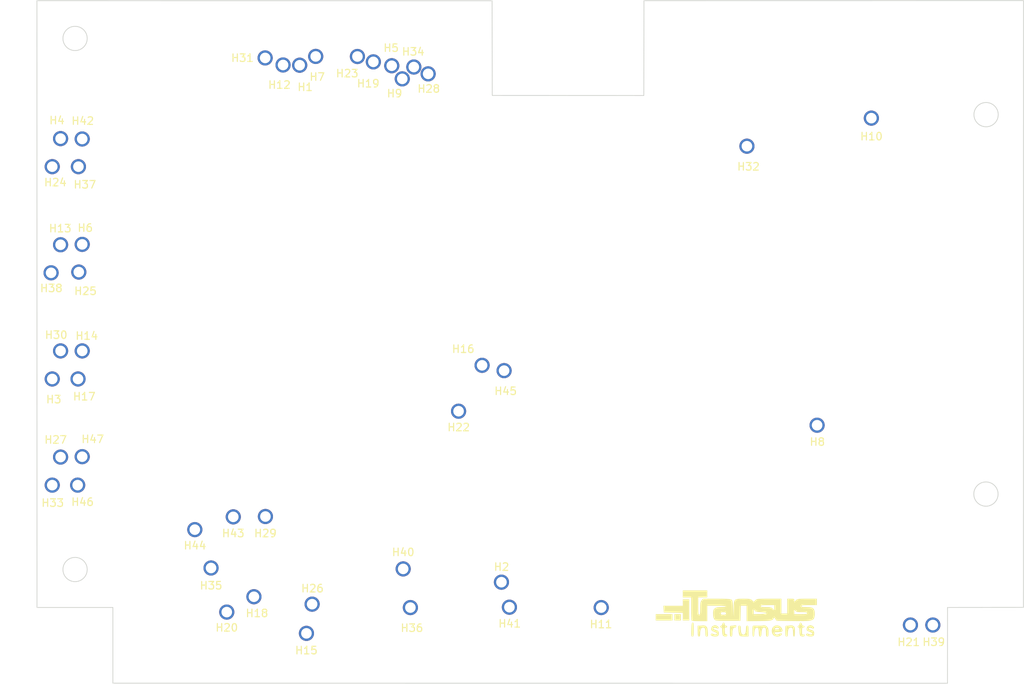
<source format=kicad_pcb>
(kicad_pcb (version 20211014) (generator pcbnew)
  (layers (0 "F.Cu" signal) (31 "B.Cu" signal) (34 "B.Paste" user) (35 "F.Paste" user) (36 "B.SilkS" user "B.Silkscreen") (37 "F.SilkS" user "F.Silkscreen") (38 "B.Mask" user) (39 "F.Mask" user) (44 "Edge.Cuts" user))
  (net 0 "")
  (footprint "MyFootprints:KS-075-47-G-10_KS-07547G10_MOUNT" (layer "F.Cu") (at 110.689975 132.309975)
    (fp_text reference "H18" (at 0.400025 2.280025 unlocked) (layer "F.SilkS"))
    (fp_text value "MountingHole_Pad")
    (pad "1" thru_hole circle (at 0 0.1) (size 2 2) (drill 1.4) (layers *.Cu *.Mask))
  )
  (footprint "MyFootprints:KS-075-47-G-10_KS-07547G10_MOUNT" (layer "F.Cu") (at 128.854323 62.28)
    (fp_text reference "H5" (at -0.084323 -2.24 unlocked) (layer "F.SilkS"))
    (fp_text value "MountingHole_Pad")
    (pad "1" thru_hole circle (at 0 0.1) (size 2 2) (drill 1.4) (layers *.Cu *.Mask))
  )
  (footprint "MyFootprints:KS-075-47-G-10_KS-07547G10_MOUNT" (layer "F.Cu") (at 143.66 102.49)
    (fp_text reference "H45" (at 0.2 2.8 unlocked) (layer "F.SilkS"))
    (fp_text value "MountingHole_Pad")
    (pad "1" thru_hole circle (at 0 0.1) (size 2 2) (drill 1.4) (layers *.Cu *.Mask))
  )
  (footprint "MyFootprints:KS-075-47-G-10_KS-07547G10_MOUNT" (layer "F.Cu") (at 84.11 103.59)
    (fp_text reference "H3" (at 0.2 2.8 unlocked) (layer "F.SilkS"))
    (fp_text value "MountingHole_Pad")
    (pad "1" thru_hole circle (at 0 0.1) (size 2 2) (drill 1.4) (layers *.Cu *.Mask))
  )
  (footprint "MyFootprints:KS-075-47-G-10_KS-07547G10_MOUNT" (layer "F.Cu") (at 85.21 113.89)
    (fp_text reference "H27" (at -0.65 -2.18 unlocked) (layer "F.SilkS"))
    (fp_text value "MountingHole_Pad")
    (pad "1" thru_hole circle (at 0 0.1) (size 2 2) (drill 1.4) (layers *.Cu *.Mask))
  )
  (footprint "MyFootprints:KS-075-47-G-10_KS-07547G10_MOUNT" (layer "F.Cu") (at 130.240014 64.010001)
    (fp_text reference "H9" (at -1.020014 2.029999 unlocked) (layer "F.SilkS"))
    (fp_text value "MountingHole_Pad")
    (pad "1" thru_hole circle (at 0 0.1) (size 2 2) (drill 1.4) (layers *.Cu *.Mask))
  )
  (footprint "MyFootprints:KS-075-47-G-10_KS-07547G10_MOUNT" (layer "F.Cu") (at 88.06 113.84)
    (fp_text reference "H47" (at 1.38 -2.21 unlocked) (layer "F.SilkS"))
    (fp_text value "MountingHole_Pad")
    (pad "1" thru_hole circle (at 0 0.1) (size 2 2) (drill 1.4) (layers *.Cu *.Mask))
  )
  (footprint "MyFootprints:KS-075-47-G-10_KS-07547G10_MOUNT" (layer "F.Cu") (at 192.06 69.19)
    (fp_text reference "H10" (at 0.01 2.52 unlocked) (layer "F.SilkS"))
    (fp_text value "MountingHole_Pad")
    (pad "1" thru_hole circle (at 0 0.1) (size 2 2) (drill 1.4) (layers *.Cu *.Mask))
  )
  (footprint "MyFootprints:KS-075-47-G-10_KS-07547G10_MOUNT" (layer "F.Cu") (at 87.46 117.59)
    (fp_text reference "H46" (at 0.64 2.33 unlocked) (layer "F.SilkS"))
    (fp_text value "MountingHole_Pad")
    (pad "1" thru_hole circle (at 0 0.1) (size 2 2) (drill 1.4) (layers *.Cu *.Mask))
  )
  (footprint "MyFootprints:KS-075-47-G-10_KS-07547G10_MOUNT" (layer "F.Cu") (at 130.36 128.64)
    (fp_text reference "H40" (at 0 -2.1 unlocked) (layer "F.SilkS"))
    (fp_text value "MountingHole_Pad")
    (pad "1" thru_hole circle (at 0 0.1) (size 2 2) (drill 1.4) (layers *.Cu *.Mask))
  )
  (footprint "MyFootprints:KS-075-47-G-10_KS-07547G10_MOUNT" (layer "F.Cu") (at 102.899987 123.459999)
    (fp_text reference "H44" (at 0.020013 2.200001 unlocked) (layer "F.SilkS"))
    (fp_text value "MountingHole_Pad")
    (pad "1" thru_hole circle (at 0 0.1) (size 2 2) (drill 1.4) (layers *.Cu *.Mask))
  )
  (footprint "MyFootprints:KS-075-47-G-10_KS-07547G10_MOUNT" (layer "F.Cu") (at 200.16 136.04)
    (fp_text reference "H39" (at 0.12 2.35 unlocked) (layer "F.SilkS"))
    (fp_text value "MountingHole_Pad")
    (pad "1" thru_hole circle (at 0 0.1) (size 2 2) (drill 1.4) (layers *.Cu *.Mask))
  )
  (footprint "MyFootprints:KS-075-47-G-10_KS-07547G10_MOUNT" (layer "F.Cu") (at 114.529982 62.180031)
    (fp_text reference "H12" (at -0.479982 2.729969 unlocked) (layer "F.SilkS"))
    (fp_text value "MountingHole_Pad")
    (pad "1" thru_hole circle (at 0 0.1) (size 2 2) (drill 1.4) (layers *.Cu *.Mask))
  )
  (footprint "MyFootprints:KS-075-47-G-10_KS-07547G10_MOUNT" (layer "F.Cu") (at 143.31 130.39)
    (fp_text reference "H2" (at 0.01 -1.91 unlocked) (layer "F.SilkS"))
    (fp_text value "MountingHole_Pad")
    (pad "1" thru_hole circle (at 0 0.1) (size 2 2) (drill 1.4) (layers *.Cu *.Mask))
  )
  (footprint "MyFootprints:KS-075-47-G-10_KS-07547G10_MOUNT" (layer "F.Cu") (at 118.36 133.29)
    (fp_text reference "H26" (at 0.04 -1.97 unlocked) (layer "F.SilkS"))
    (fp_text value "MountingHole_Pad")
    (pad "1" thru_hole circle (at 0 0.1) (size 2 2) (drill 1.4) (layers *.Cu *.Mask))
  )
  (footprint "MyFootprints:KS-075-47-G-10_KS-07547G10_MOUNT" (layer "F.Cu") (at 87.51 103.59)
    (fp_text reference "H17" (at 0.82 2.42 unlocked) (layer "F.SilkS"))
    (fp_text value "MountingHole_Pad")
    (pad "1" thru_hole circle (at 0 0.1) (size 2 2) (drill 1.4) (layers *.Cu *.Mask))
  )
  (footprint "MyFootprints:KS-075-47-G-10_KS-07547G10_MOUNT" (layer "F.Cu") (at 107.968652 121.77432)
    (fp_text reference "H43" (at -0.008652 2.27568 unlocked) (layer "F.SilkS"))
    (fp_text value "MountingHole_Pad")
    (pad "1" thru_hole circle (at 0 0.1) (size 2 2) (drill 1.4) (layers *.Cu *.Mask))
  )
  (footprint "MyFootprints:KS-075-47-G-10_KS-07547G10_MOUNT" (layer "F.Cu") (at 88.06 85.84)
    (fp_text reference "H6" (at 0.4 -2.07 unlocked) (layer "F.SilkS"))
    (fp_text value "MountingHole_Pad")
    (pad "1" thru_hole circle (at 0 0.1) (size 2 2) (drill 1.4) (layers *.Cu *.Mask))
  )
  (footprint "MyFootprints:KS-075-47-G-10_KS-07547G10_MOUNT" (layer "F.Cu") (at 88.06 99.89)
    (fp_text reference "H14" (at 0.6 -1.88 unlocked) (layer "F.SilkS"))
    (fp_text value "MountingHole_Pad")
    (pad "1" thru_hole circle (at 0 0.1) (size 2 2) (drill 1.4) (layers *.Cu *.Mask))
  )
  (footprint "MyFootprints:KS-075-47-G-10_KS-07547G10_MOUNT" (layer "F.Cu") (at 105.038598 128.517851)
    (fp_text reference "H35" (at 0.001402 2.422149 unlocked) (layer "F.SilkS"))
    (fp_text value "MountingHole_Pad")
    (pad "1" thru_hole circle (at 0 0.1) (size 2 2) (drill 1.4) (layers *.Cu *.Mask))
  )
  (footprint "MyFootprints:KS-075-47-G-10_KS-07547G10_MOUNT" (layer "F.Cu") (at 184.91 109.69)
    (fp_text reference "H8" (at 0.03 2.3 unlocked) (layer "F.SilkS"))
    (fp_text value "MountingHole_Pad")
    (pad "1" thru_hole circle (at 0 0.1) (size 2 2) (drill 1.4) (layers *.Cu *.Mask))
  )
  (footprint "LOGO" (layer "F.Cu") (at 174.26 134.362332)
    (fp_text reference "" hide)
    (fp_text value "" hide)
    (fp_poly (pts (xy -3.822743 -1.862667) (xy -5.012041 -1.862667) (xy -5.012041 -0.719667) (xy -5.009352 -0.251351) (xy -4.999456 0.072335) (xy -4.979604 0.276037) (xy -4.94705 0.384401) (xy -4.899044 0.422072) (xy -4.884616 0.423333) (xy -4.824848 0.395146) (xy -4.786619 0.291921) (xy -4.76566 0.085664) (xy -4.757698 -0.251619) (xy -4.757191 -0.411915) (xy -4.752342 -0.813728) (xy -4.733303 -1.086858) (xy -4.69334 -1.271793) (xy -4.625716 -1.40902) (xy -4.581126 -1.470249) (xy -4.40506 -1.693333) (xy -2.601041 -1.693333) (xy -1.966601 -1.69098) (xy -1.481644 -1.683093) (xy -1.125808 -1.668433) (xy -0.878731 -1.645759) (xy -0.720051 -1.613832) (xy -0.632123 -1.573428) (xy -0.562277 -1.503671) (xy -0.512048 -1.392854) (xy -0.476171 -1.211078) (xy -0.449385 -0.92844) (xy -0.426424 -0.515039) (xy -0.419752 -0.366928) (xy -0.37228 0.719667) (xy -0.35604 -0.3175) (xy -0.344533 -0.827995) (xy -0.313315 -1.19343) (xy -0.239578 -1.438053) (xy -0.10051 -1.586108) (xy 0.126698 -1.661843) (xy 0.464857 -1.689502) (xy 0.936776 -1.693334) (xy 0.938309 -1.693334) (xy 1.353101 -1.69095) (xy 1.634663 -1.67937) (xy 1.819643 -1.651954) (xy 1.944691 -1.60206) (xy 2.046457 -1.523046) (xy 2.085132 -1.485515) (xy 2.293645 -1.277697) (xy 2.502158 -1.485515) (xy 2.578953 -1.557601) (xy 2.660672 -1.610732) (xy 2.772728 -1.647798) (xy 2.940532 -1.671692) (xy 3.189497 -1.685305) (xy 3.545036 -1.691528) (xy 4.03256 -1.693254) (xy 4.32858 -1.693333) (xy 5.946488 -1.693333) (xy 5.946488 0.254) (xy 6.711036 0.254) (xy 6.711036 -1.693333) (xy 7.17826 -1.693333) (xy 7.445951 -1.687705) (xy 7.585344 -1.658508) (xy 7.637962 -1.587271) (xy 7.645485 -1.485515) (xy 7.645485 -1.277697) (xy 7.853998 -1.485515) (xy 7.940792 -1.565377) (xy 8.034174 -1.621621) (xy 8.163731 -1.658383) (xy 8.359046 -1.679797) (xy 8.649703 -1.690001) (xy 9.065288 -1.69313) (xy 9.34062 -1.693333) (xy 10.618729 -1.693333) (xy 10.618729 -0.846667) (xy 9.599331 -0.846667) (xy 9.159825 -0.843483) (xy 8.864144 -0.831771) (xy 8.686297 -0.808295) (xy 8.600293 -0.769814) (xy 8.579933 -0.719667) (xy 8.612227 -0.654114) (xy 8.729306 -0.614957) (xy 8.961462 -0.596454) (xy 9.25012 -0.592667) (xy 9.691996 -0.573791) (xy 9.994826 -0.50539) (xy 10.18643 -0.3698) (xy 10.294628 -0.149359) (xy 10.339736 0.099134) (xy 10.34455 0.415801) (xy 10.3022 0.723378) (xy 10.282797 0.792652) (xy 10.224245 0.931511) (xy 10.138548 1.04158) (xy 10.007434 1.1258) (xy 9.812628 1.187115) (xy 9.535858 1.228466) (xy 9.158848 1.252794) (xy 8.663326 1.263042) (xy 8.031018 1.262152) (xy 7.40891 1.255324) (xy 5.327493 1.227667) (xy 4.982683 0.767095) (xy 4.888884 0.954611) (xy 4.824141 1.050317) (xy 4.723569 1.123243) (xy 4.565315 1.176621) (xy 4.327529 1.213684) (xy 3.988358 1.237663) (xy 3.525953 1.251792) (xy 2.918462 1.259302) (xy 2.824582 1.259983) (xy 1.359197 1.27) (xy 1.359197 0.34459) (xy 2.293645 0.34459) (xy 2.507395 0.338667) (xy 7.645485 0.338667) (xy 8.494983 0.338667) (xy 8.891122 0.33447) (xy 9.145451 0.319094) (xy 9.285916 0.288362) (xy 9.340461 0.238096) (xy 9.344481 0.211667) (xy 9.313527 0.147991) (xy 9.20089 0.109102) (xy 8.976906 0.089746) (xy 8.627225 0.084667) (xy 8.270144 0.08029) (xy 8.042398 0.061185) (xy 7.90352 0.018387) (xy 7.813041 -0.057067) (xy 7.777726 -0.103506) (xy 7.691302 -0.216591) (xy 7.654236 -0.206466) (xy 7.645637 -0.053068) (xy 7.645485 0.023494) (xy 7.645485 0.338667) (xy 2.507395 0.338667) (xy 3.164381 0.320462) (xy 3.563622 0.301558) (xy 3.849014 0.271617) (xy 3.998273 0.23349) (xy 4.014764 0.211667) (xy 3.926696 0.169271) (xy 3.708686 0.128101) (xy 3.400602 0.0948) (xy 3.252355 0.084667) (xy 2.891871 0.06045) (xy 2.662941 0.03026) (xy 2.527309 -0.017346) (xy 2.446717 -0.093812) (xy 2.403224 -0.169333) (xy 2.336792 -0.289271) (xy 2.305498 -0.286596) (xy 2.295826 -0.142456) (xy 2.294897 -0.018205) (xy 2.293645 0.34459) (xy 1.359197 0.34459) (xy 1.359197 -0.719667) (xy 3.228093 -0.719667) (xy 3.260013 -0.654628) (xy 3.375855 -0.615539) (xy 3.605748 -0.596793) (xy 3.910727 -0.592667) (xy 4.261118 -0.587434) (xy 4.487232 -0.564677) (xy 4.634547 -0.513806) (xy 4.748545 -0.424234) (xy 4.781463 -0.38994) (xy 4.91609 -0.248654) (xy 4.989079 -0.179247) (xy 4.990802 -0.178273) (xy 5.004077 -0.247488) (xy 5.011484 -0.43133) (xy 5.01204 -0.508) (xy 5.01204 -0.846667) (xy 4.120066 -0.846667) (xy 3.712743 -0.842773) (xy 3.447767 -0.828489) (xy 3.297713 -0.79991) (xy 3.235153 -0.75313) (xy 3.228093 -0.719667) (xy 1.359197 -0.719667) (xy 1.359197 -0.762) (xy 0.60004 -0.762) (xy 0.576107 0.232833) (xy 0.552174 1.227667) (xy -1.090746 1.227667) (xy -1.657373 1.227093) (xy -2.078645 1.223559) (xy -2.379109 1.214348) (xy -2.58331 1.196742) (xy -2.715794 1.168022) (xy -2.801106 1.125472) (xy -2.863793 1.066372) (xy -2.89593 1.027787) (xy -2.997362 0.844781) (xy -3.047541 0.584562) (xy -3.058194 0.293099) (xy -3.057173 0.254) (xy -2.038796 0.254) (xy -2.010301 0.364784) (xy -1.895128 0.413746) (xy -1.698997 0.423333) (xy -1.476688 0.409133) (xy -1.378436 0.351739) (xy -1.359198 0.254) (xy -1.387693 0.143216) (xy -1.502866 0.094254) (xy -1.698997 0.084667) (xy -1.921306 0.098867) (xy -2.019558 0.156261) (xy -2.038796 0.254) (xy -3.057173 0.254) (xy -3.050251 -0.011032) (xy -3.015123 -0.199916) (xy -2.935863 -0.327334) (xy -2.834364 -0.417188) (xy -2.673874 -0.514433) (xy -2.470256 -0.568728) (xy -2.172568 -0.590597) (xy -1.984865 -0.592667) (xy -1.6681 -0.603348) (xy -1.447818 -0.632188) (xy -1.359523 -0.674383) (xy -1.359198 -0.677333) (xy -1.441535 -0.712241) (xy -1.67842 -0.738679) (xy -2.054666 -0.755606) (xy -2.555086 -0.761976) (xy -2.59097 -0.762) (xy -3.822743 -0.762) (xy -3.822743 1.27) (xy -4.827983 1.27) (xy -5.225373 1.265485) (xy -5.558639 1.253202) (xy -5.792193 1.235042) (xy -5.889855 1.213555) (xy -5.908098 1.114531) (xy -5.923898 0.874373) (xy -5.936235 0.521277) (xy -5.944092 0.083438) (xy -5.946489 -0.352778) (xy -5.946489 -1.862667) (xy -7.050837 -1.862667) (xy -7.050837 -2.794) (xy -3.822743 -2.794)) (layer "F.SilkS") (width 0) (fill solid))
    (fp_poly (pts (xy 9.94991 1.829074) (xy 10.120856 1.941323) (xy 10.251338 2.079428) (xy 10.241724 2.183379) (xy 10.225232 2.202275) (xy 10.105075 2.255476) (xy 9.960398 2.194922) (xy 9.799675 2.141298) (xy 9.641386 2.149251) (xy 9.545446 2.206921) (xy 9.550669 2.276023) (xy 9.660698 2.350609) (xy 9.831665 2.410427) (xy 10.043751 2.484492) (xy 10.172267 2.557174) (xy 10.258207 2.719917) (xy 10.272201 2.947742) (xy 10.213597 3.152024) (xy 10.17699 3.2004) (xy 10.001855 3.27848) (xy 9.74358 3.297824) (xy 9.47774 3.260124) (xy 9.297005 3.1807) (xy 9.188623 3.068732) (xy 9.222773 2.968423) (xy 9.236577 2.95381) (xy 9.349906 2.891947) (xy 9.50845 2.938285) (xy 9.549408 2.959361) (xy 9.754096 3.022063) (xy 9.931657 3.004416) (xy 10.021789 2.914873) (xy 10.02408 2.892826) (xy 9.951835 2.821104) (xy 9.768064 2.723833) (xy 9.641806 2.6715) (xy 9.406079 2.56754) (xy 9.292808 2.464024) (xy 9.260097 2.318463) (xy 9.259531 2.283798) (xy 9.334892 2.025618) (xy 9.448333 1.909801) (xy 9.707722 1.790772)) (layer "F.SilkS") (width 0) (fill solid))
    (fp_poly (pts (xy 1.52719 1.876215) (xy 1.577712 1.939067) (xy 1.603682 2.084535) (xy 1.613064 2.345933) (xy 1.614046 2.573072) (xy 1.614046 3.283478) (xy 1.07132 3.291593) (xy 0.718109 3.28059) (xy 0.503815 3.231281) (xy 0.422765 3.172617) (xy 0.363592 3.027378) (xy 0.310289 2.768925) (xy 0.274478 2.454097) (xy 0.255657 2.144926) (xy 0.260541 1.967827) (xy 0.297723 1.886209) (xy 0.375792 1.86348) (xy 0.413334 1.862667) (xy 0.521071 1.881691) (xy 0.575155 1.966842) (xy 0.593393 2.160237) (xy 0.594648 2.291566) (xy 0.629073 2.69732) (xy 0.732514 2.948793) (xy 0.905225 3.046548) (xy 0.934448 3.048) (xy 1.116717 2.971367) (xy 1.229682 2.741095) (xy 1.273595 2.356619) (xy 1.274247 2.291566) (xy 1.282957 2.035617) (xy 1.320022 1.90717) (xy 1.401848 1.864815) (xy 1.444147 1.862667)) (layer "F.SilkS") (width 0) (fill solid))
    (fp_poly (pts (xy -0.005284 1.860779) (xy 0 1.937463) (xy -0.056885 2.087506) (xy -0.15291 2.116667) (xy -0.339828 2.166448) (xy -0.453578 2.329221) (xy -0.504513 2.625128) (xy -0.509699 2.810933) (xy -0.516331 3.088878) (xy -0.545283 3.23699) (xy -0.610146 3.294544) (xy -0.679599 3.302) (xy -0.762253 3.288592) (xy -0.81272 3.22628) (xy -0.838831 3.081933) (xy -0.848418 2.822422) (xy -0.849499 2.583282) (xy -0.847039 2.234825) (xy -0.833728 2.022416) (xy -0.800672 1.912782) (xy -0.738976 1.872646) (xy -0.658362 1.868302) (xy -0.426329 1.850503) (xy -0.233612 1.81515) (xy -0.065574 1.793177)) (layer "F.SilkS") (width 0) (fill solid))
    (fp_poly (pts (xy 5.735759 1.914355) (xy 5.969347 2.143846) (xy 6.016535 2.228414) (xy 6.098198 2.45854) (xy 6.065304 2.604605) (xy 5.901396 2.682692) (xy 5.590016 2.708884) (xy 5.524405 2.709333) (xy 5.211281 2.720438) (xy 5.051239 2.759807) (xy 5.028554 2.836522) (xy 5.11398 2.9464) (xy 5.314507 3.039902) (xy 5.551146 3.009269) (xy 5.68689 2.925283) (xy 5.858669 2.850512) (xy 5.94505 2.877781) (xy 6.015828 2.95253) (xy 5.968938 3.057328) (xy 5.908706 3.127498) (xy 5.677278 3.269152) (xy 5.377874 3.309336) (xy 5.077501 3.249415) (xy 4.856948 3.106043) (xy 4.713971 2.851186) (xy 4.667516 2.537451) (xy 4.703867 2.321523) (xy 5.052532 2.321523) (xy 5.110076 2.360006) (xy 5.302825 2.370529) (xy 5.348517 2.370667) (xy 5.587932 2.351916) (xy 5.67384 2.292932) (xy 5.670929 2.264833) (xy 5.562062 2.16631) (xy 5.373872 2.136024) (xy 5.184011 2.177438) (xy 5.100554 2.239386) (xy 5.052532 2.321523) (xy 4.703867 2.321523) (xy 4.71867 2.233588) (xy 4.839979 2.034153) (xy 5.126235 1.852105) (xy 5.439775 1.81464)) (layer "F.SilkS") (width 0) (fill solid))
    (fp_poly (pts (xy -5.690295 1.457708) (xy -5.647446 1.513113) (xy -5.622267 1.649277) (xy -5.610215 1.893966) (xy -5.606751 2.27495) (xy -5.606689 2.364458) (xy -5.608544 2.77346) (xy -5.617698 3.042356) (xy -5.639535 3.200364) (xy -5.67944 3.2767) (xy -5.742797 3.300581) (xy -5.779463 3.302) (xy -5.855481 3.292573) (xy -5.903957 3.244503) (xy -5.929745 3.128107) (xy -5.937698 2.913701) (xy -5.932671 2.571601) (xy -5.928125 2.392837) (xy -5.913987 1.98476) (xy -5.893806 1.716386) (xy -5.862122 1.558086) (xy -5.813474 1.480232) (xy -5.755352 1.455295)) (layer "F.SilkS") (width 0) (fill solid))
    (fp_poly (pts (xy -1.563906 1.506071) (xy -1.529097 1.644792) (xy -1.491669 1.81386) (xy -1.36068 1.862664) (xy -1.359198 1.862667) (xy -1.220832 1.915606) (xy -1.189298 1.989667) (xy -1.260554 2.092996) (xy -1.363637 2.116667) (xy -1.46455 2.134063) (xy -1.512052 2.213848) (xy -1.519988 2.397418) (xy -1.512299 2.561167) (xy -1.486673 2.82611) (xy -1.439652 2.958416) (xy -1.356504 2.994652) (xy -1.33796 2.993907) (xy -1.212166 3.048458) (xy -1.189298 3.142074) (xy -1.255332 3.262467) (xy -1.412191 3.309) (xy -1.598008 3.282077) (xy -1.750919 3.182097) (xy -1.780958 3.138233) (xy -1.83275 2.958948) (xy -1.864349 2.689883) (xy -1.868897 2.545566) (xy -1.882209 2.2774) (xy -1.92839 2.145408) (xy -1.996321 2.116667) (xy -2.108945 2.048894) (xy -2.123746 1.989667) (xy -2.058776 1.87735) (xy -2.00223 1.862667) (xy -1.896757 1.790623) (xy -1.853568 1.673031) (xy -1.781596 1.505988) (xy -1.666278 1.448701)) (layer "F.SilkS") (width 0) (fill solid))
    (fp_poly (pts (xy -2.622665 1.829074) (xy -2.451719 1.941323) (xy -2.321238 2.079428) (xy -2.330851 2.183379) (xy -2.347343 2.202275) (xy -2.4675 2.255476) (xy -2.612177 2.194922) (xy -2.7729 2.141298) (xy -2.931189 2.149251) (xy -3.027129 2.206921) (xy -3.021906 2.276023) (xy -2.911877 2.350609) (xy -2.74091 2.410427) (xy -2.528825 2.484492) (xy -2.400308 2.557174) (xy -2.314368 2.719917) (xy -2.300374 2.947742) (xy -2.358978 3.152024) (xy -2.395586 3.2004) (xy -2.570721 3.27848) (xy -2.828995 3.297824) (xy -3.094836 3.260124) (xy -3.27557 3.1807) (xy -3.383953 3.068732) (xy -3.349802 2.968423) (xy -3.335998 2.95381) (xy -3.222669 2.891947) (xy -3.064125 2.938285) (xy -3.023167 2.959361) (xy -2.818479 3.022063) (xy -2.640919 3.004416) (xy -2.550786 2.914873) (xy -2.548495 2.892826) (xy -2.62074 2.821104) (xy -2.804511 2.723833) (xy -2.93077 2.6715) (xy -3.166496 2.56754) (xy -3.279767 2.464024) (xy -3.312478 2.318463) (xy -3.313044 2.283798) (xy -3.237684 2.025618) (xy -3.124242 1.909801) (xy -2.864853 1.790772)) (layer "F.SilkS") (width 0) (fill solid))
    (fp_poly (pts (xy -8.410034 1.185333) (xy -10.618729 1.185333) (xy -10.618729 0.338667) (xy -8.410034 0.338667)) (layer "F.SilkS") (width 0) (fill solid))
    (fp_poly (pts (xy -4.161046 1.830362) (xy -3.992267 1.930611) (xy -3.879795 2.045707) (xy -3.811426 2.19783) (xy -3.772193 2.435017) (xy -3.752799 2.699145) (xy -3.738495 3.012256) (xy -3.745801 3.192775) (xy -3.783454 3.276955) (xy -3.860193 3.301052) (xy -3.898106 3.302) (xy -4.002089 3.283915) (xy -4.055906 3.202405) (xy -4.075551 3.016584) (xy -4.077592 2.843258) (xy -4.090254 2.482429) (xy -4.136346 2.260474) (xy -4.228034 2.148266) (xy -4.37748 2.116676) (xy -4.381017 2.116667) (xy -4.576435 2.179013) (xy -4.698621 2.373449) (xy -4.753093 2.711074) (xy -4.757191 2.8731) (xy -4.77418 3.15415) (xy -4.828198 3.286323) (xy -4.870457 3.302) (xy -5.014935 3.264391) (xy -5.040357 3.245555) (xy -5.06711 3.139549) (xy -5.087049 2.909396) (xy -5.096626 2.600252) (xy -5.09699 2.524544) (xy -5.09699 1.859977) (xy -4.863378 1.865854) (xy -4.595494 1.849823) (xy -4.413662 1.818331)) (layer "F.SilkS") (width 0) (fill solid))
    (fp_poly (pts (xy 7.518679 1.897618) (xy 7.627874 1.983438) (xy 7.691401 2.092723) (xy 7.721436 2.269826) (xy 7.730154 2.5591) (xy 7.730434 2.668952) (xy 7.723725 3.003308) (xy 7.699485 3.199358) (xy 7.651545 3.287748) (xy 7.60301 3.302) (xy 7.52566 3.259674) (xy 7.486145 3.111446) (xy 7.475585 2.843258) (xy 7.462924 2.482429) (xy 7.416831 2.260474) (xy 7.325143 2.148266) (xy 7.175697 2.116676) (xy 7.172161 2.116667) (xy 6.976742 2.179013) (xy 6.854556 2.373449) (xy 6.800084 2.711074) (xy 6.795986 2.8731) (xy 6.787276 3.12905) (xy 6.750211 3.257496) (xy 6.668386 3.299851) (xy 6.626087 3.302) (xy 6.543756 3.288707) (xy 6.493337 3.226841) (xy 6.46711 3.083423) (xy 6.457354 2.825472) (xy 6.456187 2.576274) (xy 6.458433 2.226153) (xy 6.471017 2.012951) (xy 6.502704 1.904262) (xy 6.562259 1.867677) (xy 6.647324 1.869654) (xy 6.876918 1.861171) (xy 7.072692 1.824047) (xy 7.350644 1.818652)) (layer "F.SilkS") (width 0) (fill solid))
    (fp_poly (pts (xy -6.201338 1.185333) (xy -7.050837 1.185333) (xy -7.050837 0.17386) (xy -9.556857 0.127) (xy -9.582533 -0.3175) (xy -9.60821 -0.762) (xy -7.050837 -0.762) (xy -7.050837 -1.608667) (xy -6.201338 -1.608667)) (layer "F.SilkS") (width 0) (fill solid))
    (fp_poly (pts (xy 3.964036 1.914893) (xy 4.030044 1.976914) (xy 4.151241 2.120544) (xy 4.217171 2.28182) (xy 4.243759 2.5172) (xy 4.247491 2.747818) (xy 4.242268 3.046908) (xy 4.218973 3.214096) (xy 4.166171 3.286686) (xy 4.077592 3.302) (xy 3.985819 3.284926) (xy 3.934561 3.208814) (xy 3.912345 3.036326) (xy 3.907692 2.749009) (xy 3.897989 2.431133) (xy 3.863339 2.245522) (xy 3.79543 2.155921) (xy 3.768721 2.142868) (xy 3.570358 2.126033) (xy 3.43304 2.25556) (xy 3.352723 2.537339) (xy 3.330227 2.781636) (xy 3.308973 3.071806) (xy 3.272076 3.230023) (xy 3.20609 3.293656) (xy 3.142971 3.302) (xy 3.055132 3.281055) (xy 3.002168 3.19419) (xy 2.972282 3.005359) (xy 2.955888 2.7305) (xy 2.937214 2.424693) (xy 2.90555 2.249191) (xy 2.846807 2.164969) (xy 2.746892 2.133002) (xy 2.739769 2.131962) (xy 2.562273 2.181885) (xy 2.442813 2.385583) (xy 2.384298 2.736658) (xy 2.378595 2.926512) (xy 2.36144 3.17563) (xy 2.303273 3.287873) (xy 2.25117 3.302) (xy 2.187429 3.27125) (xy 2.148433 3.159326) (xy 2.12895 2.936713) (xy 2.123745 2.583282) (xy 2.126296 2.234583) (xy 2.139881 2.021543) (xy 2.173397 1.9105) (xy 2.235741 1.867791) (xy 2.314883 1.860144) (xy 2.624881 1.856566) (xy 2.945893 1.858237) (xy 3.191389 1.864642) (xy 3.206856 1.865435) (xy 3.401813 1.851457) (xy 3.584058 1.816885) (xy 3.782255 1.808399)) (layer "F.SilkS") (width 0) (fill solid))
    (fp_poly (pts (xy -7.305686 1.185333) (xy -8.155184 1.185333) (xy -8.155184 0.338667) (xy -7.305686 0.338667)) (layer "F.SilkS") (width 0) (fill solid))
    (fp_poly (pts (xy 8.594198 1.526463) (xy 8.649553 1.673031) (xy 8.734039 1.831653) (xy 8.840691 1.862667) (xy 8.97513 1.91716) (xy 9.004682 1.989667) (xy 8.93386 2.093095) (xy 8.834782 2.116667) (xy 8.737064 2.136632) (xy 8.685888 2.223153) (xy 8.666861 2.416163) (xy 8.664883 2.588039) (xy 8.670243 2.854728) (xy 8.695974 2.987772) (xy 8.756555 3.022756) (xy 8.834782 3.005667) (xy 8.968022 2.998439) (xy 9.004646 3.119782) (xy 9.004682 3.126961) (xy 8.963649 3.257844) (xy 8.811702 3.301069) (xy 8.766822 3.302) (xy 8.554565 3.267691) (xy 8.427023 3.2004) (xy 8.371351 3.064673) (xy 8.334325 2.820664) (xy 8.325083 2.607733) (xy 8.314688 2.318367) (xy 8.277978 2.165434) (xy 8.206664 2.116994) (xy 8.197658 2.116667) (xy 8.085035 2.048894) (xy 8.070234 1.989667) (xy 8.138233 1.877418) (xy 8.197658 1.862667) (xy 8.299938 1.788736) (xy 8.325083 1.644792) (xy 8.373749 1.488248) (xy 8.482218 1.450438)) (layer "F.SilkS") (width 0) (fill solid))
  )
  (footprint "MyFootprints:KS-075-47-G-10_KS-07547G10_MOUNT" (layer "F.Cu") (at 124.330031 61.059999)
    (fp_text reference "H23" (at -1.350031 2.340001 unlocked) (layer "F.SilkS"))
    (fp_text value "MountingHole_Pad")
    (pad "1" thru_hole circle (at 0 0.1) (size 2 2) (drill 1.4) (layers *.Cu *.Mask))
  )
  (footprint "MyFootprints:KS-075-47-G-10_KS-07547G10_MOUNT" (layer "F.Cu") (at 197.21 136.04)
    (fp_text reference "H21" (at -0.23 2.36 unlocked) (layer "F.SilkS"))
    (fp_text value "MountingHole_Pad")
    (pad "1" thru_hole circle (at 0 0.1) (size 2 2) (drill 1.4) (layers *.Cu *.Mask))
  )
  (footprint "MyFootprints:KS-075-47-G-10_KS-07547G10_MOUNT" (layer "F.Cu") (at 117.61 137.14)
    (fp_text reference "H15" (at -0.01 2.35 unlocked) (layer "F.SilkS"))
    (fp_text value "MountingHole_Pad")
    (pad "1" thru_hole circle (at 0 0.1) (size 2 2) (drill 1.4) (layers *.Cu *.Mask))
  )
  (footprint "MyFootprints:KS-075-47-G-10_KS-07547G10_MOUNT" (layer "F.Cu") (at 85.21 71.89)
    (fp_text reference "H4" (at -0.48 -2.3 unlocked) (layer "F.SilkS"))
    (fp_text value "MountingHole_Pad")
    (pad "1" thru_hole circle (at 0 0.1) (size 2 2) (drill 1.4) (layers *.Cu *.Mask))
  )
  (footprint "MyFootprints:KS-075-47-G-10_KS-07547G10_MOUNT" (layer "F.Cu") (at 83.96 89.59)
    (fp_text reference "H38" (at 0.03 2.14 unlocked) (layer "F.SilkS"))
    (fp_text value "MountingHole_Pad")
    (pad "1" thru_hole circle (at 0 0.1) (size 2 2) (drill 1.4) (layers *.Cu *.Mask))
  )
  (footprint "MyFootprints:KS-075-47-G-10_KS-07547G10_MOUNT" (layer "F.Cu") (at 84.11 117.59)
    (fp_text reference "H33" (at 0.06 2.45 unlocked) (layer "F.SilkS"))
    (fp_text value "MountingHole_Pad")
    (pad "1" thru_hole circle (at 0 0.1) (size 2 2) (drill 1.4) (layers *.Cu *.Mask))
  )
  (footprint "MyFootprints:KS-075-47-G-10_KS-07547G10_MOUNT" (layer "F.Cu") (at 85.21 99.89)
    (fp_text reference "H30" (at -0.58 -2 unlocked) (layer "F.SilkS"))
    (fp_text value "MountingHole_Pad")
    (pad "1" thru_hole circle (at 0 0.1) (size 2 2) (drill 1.4) (layers *.Cu *.Mask))
  )
  (footprint "MyFootprints:KS-075-47-G-10_KS-07547G10_MOUNT" (layer "F.Cu") (at 85.21 85.89)
    (fp_text reference "H13" (at -0.05 -2.05 unlocked) (layer "F.SilkS"))
    (fp_text value "MountingHole_Pad")
    (pad "1" thru_hole circle (at 0 0.1) (size 2 2) (drill 1.4) (layers *.Cu *.Mask))
  )
  (footprint "MyFootprints:KS-075-47-G-10_KS-07547G10_MOUNT" (layer "F.Cu") (at 88.06 71.94)
    (fp_text reference "H42" (at 0.07 -2.28 unlocked) (layer "F.SilkS"))
    (fp_text value "MountingHole_Pad")
    (pad "1" thru_hole circle (at 0 0.1) (size 2 2) (drill 1.4) (layers *.Cu *.Mask))
  )
  (footprint "MyFootprints:KS-075-47-G-10_KS-07547G10_MOUNT" (layer "F.Cu") (at 116.719994 62.209989)
    (fp_text reference "H1" (at 0.720006 2.990011 unlocked) (layer "F.SilkS"))
    (fp_text value "MountingHole_Pad")
    (pad "1" thru_hole circle (at 0 0.1) (size 2 2) (drill 1.4) (layers *.Cu *.Mask))
  )
  (footprint "MyFootprints:KS-075-47-G-10_KS-07547G10_MOUNT" (layer "F.Cu") (at 156.46 133.74)
    (fp_text reference "H11" (at -0.03 2.31 unlocked) (layer "F.SilkS"))
    (fp_text value "MountingHole_Pad")
    (pad "1" thru_hole circle (at 0 0.1) (size 2 2) (drill 1.4) (layers *.Cu *.Mask))
  )
  (footprint "MyFootprints:KS-075-47-G-10_KS-07547G10_MOUNT" (layer "F.Cu") (at 175.66 72.89)
    (fp_text reference "H32" (at 0.2 2.8 unlocked) (layer "F.SilkS"))
    (fp_text value "MountingHole_Pad")
    (pad "1" thru_hole circle (at 0 0.1) (size 2 2) (drill 1.4) (layers *.Cu *.Mask))
  )
  (footprint "MyFootprints:KS-075-47-G-10_KS-07547G10_MOUNT" (layer "F.Cu") (at 84.11 75.59)
    (fp_text reference "H24" (at 0.41 2.18 unlocked) (layer "F.SilkS"))
    (fp_text value "MountingHole_Pad")
    (pad "1" thru_hole circle (at 0 0.1) (size 2 2) (drill 1.4) (layers *.Cu *.Mask))
  )
  (footprint "MyFootprints:KS-075-47-G-10_KS-07547G10_MOUNT" (layer "F.Cu") (at 112.20497 121.730019)
    (fp_text reference "H29" (at -0.00497 2.319981 unlocked) (layer "F.SilkS"))
    (fp_text value "MountingHole_Pad")
    (pad "1" thru_hole circle (at 0 0.1) (size 2 2) (drill 1.4) (layers *.Cu *.Mask))
  )
  (footprint "MyFootprints:KS-075-47-G-10_KS-07547G10_MOUNT" (layer "F.Cu") (at 144.36 133.69)
    (fp_text reference "H41" (at 0.03 2.27 unlocked) (layer "F.SilkS"))
    (fp_text value "MountingHole_Pad")
    (pad "1" thru_hole circle (at 0 0.1) (size 2 2) (drill 1.4) (layers *.Cu *.Mask))
  )
  (footprint "MyFootprints:KS-075-47-G-10_KS-07547G10_MOUNT" (layer "F.Cu") (at 133.649987 63.349977)
    (fp_text reference "H28" (at 0.080013 2.070023 unlocked) (layer "F.SilkS"))
    (fp_text value "MountingHole_Pad")
    (pad "1" thru_hole circle (at 0 0.1) (size 2 2) (drill 1.4) (layers *.Cu *.Mask))
  )
  (footprint "MyFootprints:KS-075-47-G-10_KS-07547G10_MOUNT" (layer "F.Cu") (at 140.76 101.79)
    (fp_text reference "H16" (at -2.49 -2.05 unlocked) (layer "F.SilkS"))
    (fp_text value "MountingHole_Pad")
    (pad "1" thru_hole circle (at 0 0.1) (size 2 2) (drill 1.4) (layers *.Cu *.Mask))
  )
  (footprint "MyFootprints:KS-075-47-G-10_KS-07547G10_MOUNT" (layer "F.Cu") (at 126.430016 61.770011)
    (fp_text reference "H19" (at -0.680016 2.959989 unlocked) (layer "F.SilkS"))
    (fp_text value "MountingHole_Pad")
    (pad "1" thru_hole circle (at 0 0.1) (size 2 2) (drill 1.4) (layers *.Cu *.Mask))
  )
  (footprint "MyFootprints:KS-075-47-G-10_KS-07547G10_MOUNT" (layer "F.Cu") (at 131.762109 62.45)
    (fp_text reference "H34" (at -0.082109 -1.92 unlocked) (layer "F.SilkS"))
    (fp_text value "MountingHole_Pad")
    (pad "1" thru_hole circle (at 0 0.1) (size 2 2) (drill 1.4) (layers *.Cu *.Mask))
  )
  (footprint "MyFootprints:KS-075-47-G-10_KS-07547G10_MOUNT" (layer "F.Cu") (at 87.61 89.49)
    (fp_text reference "H25" (at 0.88 2.61 unlocked) (layer "F.SilkS"))
    (fp_text value "MountingHole_Pad")
    (pad "1" thru_hole circle (at 0 0.1) (size 2 2) (drill 1.4) (layers *.Cu *.Mask))
  )
  (footprint "MyFootprints:KS-075-47-G-10_KS-07547G10_MOUNT" (layer "F.Cu") (at 112.169997 61.250001)
    (fp_text reference "H31" (at -2.999997 0.109999 unlocked) (layer "F.SilkS"))
    (fp_text value "MountingHole_Pad")
    (pad "1" thru_hole circle (at 0 0.1) (size 2 2) (drill 1.4) (layers *.Cu *.Mask))
  )
  (footprint "MyFootprints:KS-075-47-G-10_KS-07547G10_MOUNT" (layer "F.Cu") (at 118.83 61.05)
    (fp_text reference "H7" (at 0.2 2.8 unlocked) (layer "F.SilkS"))
    (fp_text value "MountingHole_Pad")
    (pad "1" thru_hole circle (at 0 0.1) (size 2 2) (drill 1.4) (layers *.Cu *.Mask))
  )
  (footprint "MyFootprints:KS-075-47-G-10_KS-07547G10_MOUNT" (layer "F.Cu") (at 87.56 75.59)
    (fp_text reference "H37" (at 0.85 2.47 unlocked) (layer "F.SilkS"))
    (fp_text value "MountingHole_Pad")
    (pad "1" thru_hole circle (at 0 0.1) (size 2 2) (drill 1.4) (layers *.Cu *.Mask))
  )
  (footprint "MyFootprints:KS-075-47-G-10_KS-07547G10_MOUNT" (layer "F.Cu") (at 131.31 133.74)
    (fp_text reference "H36" (at 0.2 2.8 unlocked) (layer "F.SilkS"))
    (fp_text value "MountingHole_Pad")
    (pad "1" thru_hole circle (at 0 0.1) (size 2 2) (drill 1.4) (layers *.Cu *.Mask))
  )
  (footprint "MyFootprints:KS-075-47-G-10_KS-07547G10_MOUNT" (layer "F.Cu") (at 107.109999 134.335023)
    (fp_text reference "H20" (at 0.000001 2.154977 unlocked) (layer "F.SilkS"))
    (fp_text value "MountingHole_Pad")
    (pad "1" thru_hole circle (at 0 0.1) (size 2 2) (drill 1.4) (layers *.Cu *.Mask))
  )
  (footprint "MyFootprints:KS-075-47-G-10_KS-07547G10_MOUNT" (layer "F.Cu") (at 137.66 107.84)
    (fp_text reference "H22" (at 0.01 2.23 unlocked) (layer "F.SilkS"))
    (fp_text value "MountingHole_Pad")
    (pad "1" thru_hole circle (at 0 0.1) (size 2 2) (drill 1.4) (layers *.Cu *.Mask))
  )
  (gr_poly (pts (xy 212.1 133.81) (xy 202.1 133.82) (xy 202.09 143.82) (xy 92.1 143.81) (xy 92.1 133.82) (xy 82.1 133.82) (xy 82.09 53.8) (xy 142.08 53.81) (xy 142.1 66.3) (xy 162.07 66.31) (xy 162.09 53.8) (xy 212.11 53.79)) (layer "Edge.Cuts") (width 0.1) (fill none))
  (gr_circle (center 207.16 118.87) (end 208.76 118.87) (layer "Edge.Cuts") (width 0.1) (fill none))
  (gr_circle (center 87.12 58.78) (end 88.72 58.78) (layer "Edge.Cuts") (width 0.1) (fill none))
  (gr_circle (center 207.18 68.83) (end 208.78 68.83) (layer "Edge.Cuts") (width 0.1) (fill none))
  (gr_circle (center 87.12 128.82) (end 88.72 128.82) (layer "Edge.Cuts") (width 0.1) (fill none))
)
</source>
